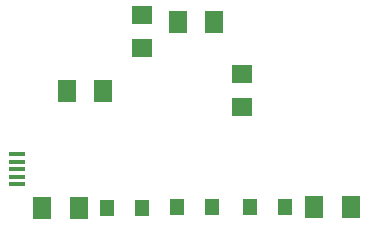
<source format=gbp>
G04 MADE WITH FRITZING*
G04 WWW.FRITZING.ORG*
G04 DOUBLE SIDED*
G04 HOLES PLATED*
G04 CONTOUR ON CENTER OF CONTOUR VECTOR*
%ASAXBY*%
%FSLAX23Y23*%
%MOIN*%
%OFA0B0*%
%SFA1.0B1.0*%
%ADD10R,0.070866X0.062992*%
%ADD11R,0.047244X0.055118*%
%ADD12R,0.062992X0.074803*%
%ADD13R,0.055118X0.013780*%
%ADD14R,0.001000X0.001000*%
%LNPASTEMASK0*%
G90*
G70*
G54D10*
X938Y523D03*
X938Y413D03*
X607Y720D03*
X607Y610D03*
G54D11*
X721Y80D03*
X839Y80D03*
X964Y80D03*
X1082Y80D03*
X489Y74D03*
X607Y74D03*
G54D12*
X476Y467D03*
X354Y467D03*
X1301Y80D03*
X1179Y80D03*
X725Y696D03*
X847Y696D03*
X395Y74D03*
X272Y74D03*
G54D13*
X189Y154D03*
X189Y256D03*
X189Y179D03*
X189Y205D03*
X189Y230D03*
G54D14*
D02*
G04 End of PasteMask0*
M02*
</source>
